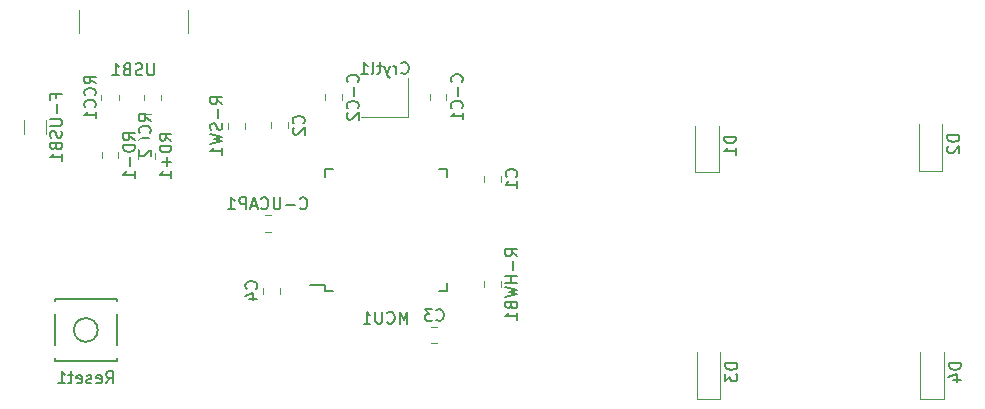
<source format=gbr>
G04 #@! TF.GenerationSoftware,KiCad,Pcbnew,(5.1.9-0-10_14)*
G04 #@! TF.CreationDate,2021-07-26T10:25:34-04:00*
G04 #@! TF.ProjectId,4key-pcb,346b6579-2d70-4636-922e-6b696361645f,rev?*
G04 #@! TF.SameCoordinates,Original*
G04 #@! TF.FileFunction,Legend,Bot*
G04 #@! TF.FilePolarity,Positive*
%FSLAX46Y46*%
G04 Gerber Fmt 4.6, Leading zero omitted, Abs format (unit mm)*
G04 Created by KiCad (PCBNEW (5.1.9-0-10_14)) date 2021-07-26 10:25:34*
%MOMM*%
%LPD*%
G01*
G04 APERTURE LIST*
%ADD10C,0.120000*%
%ADD11C,0.150000*%
%ADD12R,0.600000X1.150000*%
%ADD13R,0.300000X1.150000*%
%ADD14O,1.000000X2.200000*%
%ADD15O,1.000000X1.800000*%
%ADD16C,2.250000*%
%ADD17C,3.987800*%
%ADD18C,1.750000*%
%ADD19R,1.400000X1.200000*%
%ADD20R,1.200000X0.900000*%
%ADD21R,1.500000X0.550000*%
%ADD22R,0.550000X1.500000*%
%ADD23R,1.800000X1.100000*%
G04 APERTURE END LIST*
D10*
X68000000Y-91800000D02*
X68000000Y-89900000D01*
X58700000Y-91800000D02*
X58700000Y-89900000D01*
X64215000Y-97035436D02*
X64215000Y-97489564D01*
X65685000Y-97035436D02*
X65685000Y-97489564D01*
X60615000Y-97035436D02*
X60615000Y-97489564D01*
X62085000Y-97035436D02*
X62085000Y-97489564D01*
X94461000Y-104416252D02*
X94461000Y-103893748D01*
X92991000Y-104416252D02*
X92991000Y-103893748D01*
X89081078Y-118110000D02*
X88563922Y-118110000D01*
X89081078Y-116690000D02*
X88563922Y-116690000D01*
X75020000Y-99901078D02*
X75020000Y-99383922D01*
X76440000Y-99901078D02*
X76440000Y-99383922D01*
X75730000Y-113378922D02*
X75730000Y-113896078D01*
X74310000Y-113378922D02*
X74310000Y-113896078D01*
X88410000Y-97498578D02*
X88410000Y-96981422D01*
X89830000Y-97498578D02*
X89830000Y-96981422D01*
X79600000Y-97506078D02*
X79600000Y-96988922D01*
X81020000Y-97506078D02*
X81020000Y-96988922D01*
X74961078Y-108650000D02*
X74443922Y-108650000D01*
X74961078Y-107230000D02*
X74443922Y-107230000D01*
X86620000Y-95640000D02*
X86620000Y-98940000D01*
X86620000Y-98940000D02*
X82620000Y-98940000D01*
X113014000Y-122774000D02*
X113014000Y-118874000D01*
X111014000Y-122774000D02*
X111014000Y-118874000D01*
X113014000Y-122774000D02*
X111014000Y-122774000D01*
X131810000Y-103469000D02*
X129810000Y-103469000D01*
X129810000Y-103469000D02*
X129810000Y-99569000D01*
X131810000Y-103469000D02*
X131810000Y-99569000D01*
X112887000Y-103597000D02*
X112887000Y-99697000D01*
X110887000Y-103597000D02*
X110887000Y-99697000D01*
X112887000Y-103597000D02*
X110887000Y-103597000D01*
X131937000Y-122774000D02*
X129937000Y-122774000D01*
X129937000Y-122774000D02*
X129937000Y-118874000D01*
X131937000Y-122774000D02*
X131937000Y-118874000D01*
X55910000Y-100402064D02*
X55910000Y-99197936D01*
X54090000Y-100402064D02*
X54090000Y-99197936D01*
D11*
X79534000Y-113696500D02*
X79534000Y-113121500D01*
X89884000Y-113696500D02*
X89884000Y-113021500D01*
X89884000Y-103346500D02*
X89884000Y-104021500D01*
X79534000Y-103346500D02*
X79534000Y-104021500D01*
X79534000Y-113696500D02*
X80209000Y-113696500D01*
X79534000Y-103346500D02*
X80209000Y-103346500D01*
X89884000Y-103346500D02*
X89209000Y-103346500D01*
X89884000Y-113696500D02*
X89209000Y-113696500D01*
X79534000Y-113121500D02*
X78259000Y-113121500D01*
D10*
X63740000Y-102471078D02*
X63740000Y-101953922D01*
X65160000Y-102471078D02*
X65160000Y-101953922D01*
X62060000Y-102446078D02*
X62060000Y-101928922D01*
X60640000Y-102446078D02*
X60640000Y-101928922D01*
X93016000Y-113352078D02*
X93016000Y-112834922D01*
X94436000Y-113352078D02*
X94436000Y-112834922D01*
X71350000Y-99418922D02*
X71350000Y-99936078D01*
X72770000Y-99418922D02*
X72770000Y-99936078D01*
D11*
X60309000Y-116967000D02*
G75*
G03*
X60309000Y-116967000I-1000000J0D01*
G01*
X61909000Y-119567000D02*
X61909000Y-114367000D01*
X56709000Y-119567000D02*
X61909000Y-119567000D01*
X56709000Y-114367000D02*
X56709000Y-119567000D01*
X61909000Y-114367000D02*
X56709000Y-114367000D01*
X65088095Y-94402380D02*
X65088095Y-95211904D01*
X65040476Y-95307142D01*
X64992857Y-95354761D01*
X64897619Y-95402380D01*
X64707142Y-95402380D01*
X64611904Y-95354761D01*
X64564285Y-95307142D01*
X64516666Y-95211904D01*
X64516666Y-94402380D01*
X64088095Y-95354761D02*
X63945238Y-95402380D01*
X63707142Y-95402380D01*
X63611904Y-95354761D01*
X63564285Y-95307142D01*
X63516666Y-95211904D01*
X63516666Y-95116666D01*
X63564285Y-95021428D01*
X63611904Y-94973809D01*
X63707142Y-94926190D01*
X63897619Y-94878571D01*
X63992857Y-94830952D01*
X64040476Y-94783333D01*
X64088095Y-94688095D01*
X64088095Y-94592857D01*
X64040476Y-94497619D01*
X63992857Y-94450000D01*
X63897619Y-94402380D01*
X63659523Y-94402380D01*
X63516666Y-94450000D01*
X62754761Y-94878571D02*
X62611904Y-94926190D01*
X62564285Y-94973809D01*
X62516666Y-95069047D01*
X62516666Y-95211904D01*
X62564285Y-95307142D01*
X62611904Y-95354761D01*
X62707142Y-95402380D01*
X63088095Y-95402380D01*
X63088095Y-94402380D01*
X62754761Y-94402380D01*
X62659523Y-94450000D01*
X62611904Y-94497619D01*
X62564285Y-94592857D01*
X62564285Y-94688095D01*
X62611904Y-94783333D01*
X62659523Y-94830952D01*
X62754761Y-94878571D01*
X63088095Y-94878571D01*
X61564285Y-95402380D02*
X62135714Y-95402380D01*
X61850000Y-95402380D02*
X61850000Y-94402380D01*
X61945238Y-94545238D01*
X62040476Y-94640476D01*
X62135714Y-94688095D01*
X64802380Y-99295833D02*
X64326190Y-98962500D01*
X64802380Y-98724404D02*
X63802380Y-98724404D01*
X63802380Y-99105357D01*
X63850000Y-99200595D01*
X63897619Y-99248214D01*
X63992857Y-99295833D01*
X64135714Y-99295833D01*
X64230952Y-99248214D01*
X64278571Y-99200595D01*
X64326190Y-99105357D01*
X64326190Y-98724404D01*
X64707142Y-100295833D02*
X64754761Y-100248214D01*
X64802380Y-100105357D01*
X64802380Y-100010119D01*
X64754761Y-99867261D01*
X64659523Y-99772023D01*
X64564285Y-99724404D01*
X64373809Y-99676785D01*
X64230952Y-99676785D01*
X64040476Y-99724404D01*
X63945238Y-99772023D01*
X63850000Y-99867261D01*
X63802380Y-100010119D01*
X63802380Y-100105357D01*
X63850000Y-100248214D01*
X63897619Y-100295833D01*
X64707142Y-101295833D02*
X64754761Y-101248214D01*
X64802380Y-101105357D01*
X64802380Y-101010119D01*
X64754761Y-100867261D01*
X64659523Y-100772023D01*
X64564285Y-100724404D01*
X64373809Y-100676785D01*
X64230952Y-100676785D01*
X64040476Y-100724404D01*
X63945238Y-100772023D01*
X63850000Y-100867261D01*
X63802380Y-101010119D01*
X63802380Y-101105357D01*
X63850000Y-101248214D01*
X63897619Y-101295833D01*
X63897619Y-101676785D02*
X63850000Y-101724404D01*
X63802380Y-101819642D01*
X63802380Y-102057738D01*
X63850000Y-102152976D01*
X63897619Y-102200595D01*
X63992857Y-102248214D01*
X64088095Y-102248214D01*
X64230952Y-102200595D01*
X64802380Y-101629166D01*
X64802380Y-102248214D01*
X60152380Y-96095833D02*
X59676190Y-95762500D01*
X60152380Y-95524404D02*
X59152380Y-95524404D01*
X59152380Y-95905357D01*
X59200000Y-96000595D01*
X59247619Y-96048214D01*
X59342857Y-96095833D01*
X59485714Y-96095833D01*
X59580952Y-96048214D01*
X59628571Y-96000595D01*
X59676190Y-95905357D01*
X59676190Y-95524404D01*
X60057142Y-97095833D02*
X60104761Y-97048214D01*
X60152380Y-96905357D01*
X60152380Y-96810119D01*
X60104761Y-96667261D01*
X60009523Y-96572023D01*
X59914285Y-96524404D01*
X59723809Y-96476785D01*
X59580952Y-96476785D01*
X59390476Y-96524404D01*
X59295238Y-96572023D01*
X59200000Y-96667261D01*
X59152380Y-96810119D01*
X59152380Y-96905357D01*
X59200000Y-97048214D01*
X59247619Y-97095833D01*
X60057142Y-98095833D02*
X60104761Y-98048214D01*
X60152380Y-97905357D01*
X60152380Y-97810119D01*
X60104761Y-97667261D01*
X60009523Y-97572023D01*
X59914285Y-97524404D01*
X59723809Y-97476785D01*
X59580952Y-97476785D01*
X59390476Y-97524404D01*
X59295238Y-97572023D01*
X59200000Y-97667261D01*
X59152380Y-97810119D01*
X59152380Y-97905357D01*
X59200000Y-98048214D01*
X59247619Y-98095833D01*
X60152380Y-99048214D02*
X60152380Y-98476785D01*
X60152380Y-98762500D02*
X59152380Y-98762500D01*
X59295238Y-98667261D01*
X59390476Y-98572023D01*
X59438095Y-98476785D01*
X95763142Y-103988333D02*
X95810761Y-103940714D01*
X95858380Y-103797857D01*
X95858380Y-103702619D01*
X95810761Y-103559761D01*
X95715523Y-103464523D01*
X95620285Y-103416904D01*
X95429809Y-103369285D01*
X95286952Y-103369285D01*
X95096476Y-103416904D01*
X95001238Y-103464523D01*
X94906000Y-103559761D01*
X94858380Y-103702619D01*
X94858380Y-103797857D01*
X94906000Y-103940714D01*
X94953619Y-103988333D01*
X95858380Y-104940714D02*
X95858380Y-104369285D01*
X95858380Y-104655000D02*
X94858380Y-104655000D01*
X95001238Y-104559761D01*
X95096476Y-104464523D01*
X95144095Y-104369285D01*
X88989166Y-116107142D02*
X89036785Y-116154761D01*
X89179642Y-116202380D01*
X89274880Y-116202380D01*
X89417738Y-116154761D01*
X89512976Y-116059523D01*
X89560595Y-115964285D01*
X89608214Y-115773809D01*
X89608214Y-115630952D01*
X89560595Y-115440476D01*
X89512976Y-115345238D01*
X89417738Y-115250000D01*
X89274880Y-115202380D01*
X89179642Y-115202380D01*
X89036785Y-115250000D01*
X88989166Y-115297619D01*
X88655833Y-115202380D02*
X88036785Y-115202380D01*
X88370119Y-115583333D01*
X88227261Y-115583333D01*
X88132023Y-115630952D01*
X88084404Y-115678571D01*
X88036785Y-115773809D01*
X88036785Y-116011904D01*
X88084404Y-116107142D01*
X88132023Y-116154761D01*
X88227261Y-116202380D01*
X88512976Y-116202380D01*
X88608214Y-116154761D01*
X88655833Y-116107142D01*
X77737142Y-99475833D02*
X77784761Y-99428214D01*
X77832380Y-99285357D01*
X77832380Y-99190119D01*
X77784761Y-99047261D01*
X77689523Y-98952023D01*
X77594285Y-98904404D01*
X77403809Y-98856785D01*
X77260952Y-98856785D01*
X77070476Y-98904404D01*
X76975238Y-98952023D01*
X76880000Y-99047261D01*
X76832380Y-99190119D01*
X76832380Y-99285357D01*
X76880000Y-99428214D01*
X76927619Y-99475833D01*
X76927619Y-99856785D02*
X76880000Y-99904404D01*
X76832380Y-99999642D01*
X76832380Y-100237738D01*
X76880000Y-100332976D01*
X76927619Y-100380595D01*
X77022857Y-100428214D01*
X77118095Y-100428214D01*
X77260952Y-100380595D01*
X77832380Y-99809166D01*
X77832380Y-100428214D01*
X73727142Y-113470833D02*
X73774761Y-113423214D01*
X73822380Y-113280357D01*
X73822380Y-113185119D01*
X73774761Y-113042261D01*
X73679523Y-112947023D01*
X73584285Y-112899404D01*
X73393809Y-112851785D01*
X73250952Y-112851785D01*
X73060476Y-112899404D01*
X72965238Y-112947023D01*
X72870000Y-113042261D01*
X72822380Y-113185119D01*
X72822380Y-113280357D01*
X72870000Y-113423214D01*
X72917619Y-113470833D01*
X73155714Y-114327976D02*
X73822380Y-114327976D01*
X72774761Y-114089880D02*
X73489047Y-113851785D01*
X73489047Y-114470833D01*
X91127142Y-95954285D02*
X91174761Y-95906666D01*
X91222380Y-95763809D01*
X91222380Y-95668571D01*
X91174761Y-95525714D01*
X91079523Y-95430476D01*
X90984285Y-95382857D01*
X90793809Y-95335238D01*
X90650952Y-95335238D01*
X90460476Y-95382857D01*
X90365238Y-95430476D01*
X90270000Y-95525714D01*
X90222380Y-95668571D01*
X90222380Y-95763809D01*
X90270000Y-95906666D01*
X90317619Y-95954285D01*
X90841428Y-96382857D02*
X90841428Y-97144761D01*
X91127142Y-98192380D02*
X91174761Y-98144761D01*
X91222380Y-98001904D01*
X91222380Y-97906666D01*
X91174761Y-97763809D01*
X91079523Y-97668571D01*
X90984285Y-97620952D01*
X90793809Y-97573333D01*
X90650952Y-97573333D01*
X90460476Y-97620952D01*
X90365238Y-97668571D01*
X90270000Y-97763809D01*
X90222380Y-97906666D01*
X90222380Y-98001904D01*
X90270000Y-98144761D01*
X90317619Y-98192380D01*
X91222380Y-99144761D02*
X91222380Y-98573333D01*
X91222380Y-98859047D02*
X90222380Y-98859047D01*
X90365238Y-98763809D01*
X90460476Y-98668571D01*
X90508095Y-98573333D01*
X82317142Y-95961785D02*
X82364761Y-95914166D01*
X82412380Y-95771309D01*
X82412380Y-95676071D01*
X82364761Y-95533214D01*
X82269523Y-95437976D01*
X82174285Y-95390357D01*
X81983809Y-95342738D01*
X81840952Y-95342738D01*
X81650476Y-95390357D01*
X81555238Y-95437976D01*
X81460000Y-95533214D01*
X81412380Y-95676071D01*
X81412380Y-95771309D01*
X81460000Y-95914166D01*
X81507619Y-95961785D01*
X82031428Y-96390357D02*
X82031428Y-97152261D01*
X82317142Y-98199880D02*
X82364761Y-98152261D01*
X82412380Y-98009404D01*
X82412380Y-97914166D01*
X82364761Y-97771309D01*
X82269523Y-97676071D01*
X82174285Y-97628452D01*
X81983809Y-97580833D01*
X81840952Y-97580833D01*
X81650476Y-97628452D01*
X81555238Y-97676071D01*
X81460000Y-97771309D01*
X81412380Y-97914166D01*
X81412380Y-98009404D01*
X81460000Y-98152261D01*
X81507619Y-98199880D01*
X81507619Y-98580833D02*
X81460000Y-98628452D01*
X81412380Y-98723690D01*
X81412380Y-98961785D01*
X81460000Y-99057023D01*
X81507619Y-99104642D01*
X81602857Y-99152261D01*
X81698095Y-99152261D01*
X81840952Y-99104642D01*
X82412380Y-98533214D01*
X82412380Y-99152261D01*
X77440595Y-106647142D02*
X77488214Y-106694761D01*
X77631071Y-106742380D01*
X77726309Y-106742380D01*
X77869166Y-106694761D01*
X77964404Y-106599523D01*
X78012023Y-106504285D01*
X78059642Y-106313809D01*
X78059642Y-106170952D01*
X78012023Y-105980476D01*
X77964404Y-105885238D01*
X77869166Y-105790000D01*
X77726309Y-105742380D01*
X77631071Y-105742380D01*
X77488214Y-105790000D01*
X77440595Y-105837619D01*
X77012023Y-106361428D02*
X76250119Y-106361428D01*
X75773928Y-105742380D02*
X75773928Y-106551904D01*
X75726309Y-106647142D01*
X75678690Y-106694761D01*
X75583452Y-106742380D01*
X75392976Y-106742380D01*
X75297738Y-106694761D01*
X75250119Y-106647142D01*
X75202500Y-106551904D01*
X75202500Y-105742380D01*
X74154880Y-106647142D02*
X74202500Y-106694761D01*
X74345357Y-106742380D01*
X74440595Y-106742380D01*
X74583452Y-106694761D01*
X74678690Y-106599523D01*
X74726309Y-106504285D01*
X74773928Y-106313809D01*
X74773928Y-106170952D01*
X74726309Y-105980476D01*
X74678690Y-105885238D01*
X74583452Y-105790000D01*
X74440595Y-105742380D01*
X74345357Y-105742380D01*
X74202500Y-105790000D01*
X74154880Y-105837619D01*
X73773928Y-106456666D02*
X73297738Y-106456666D01*
X73869166Y-106742380D02*
X73535833Y-105742380D01*
X73202500Y-106742380D01*
X72869166Y-106742380D02*
X72869166Y-105742380D01*
X72488214Y-105742380D01*
X72392976Y-105790000D01*
X72345357Y-105837619D01*
X72297738Y-105932857D01*
X72297738Y-106075714D01*
X72345357Y-106170952D01*
X72392976Y-106218571D01*
X72488214Y-106266190D01*
X72869166Y-106266190D01*
X71345357Y-106742380D02*
X71916785Y-106742380D01*
X71631071Y-106742380D02*
X71631071Y-105742380D01*
X71726309Y-105885238D01*
X71821547Y-105980476D01*
X71916785Y-106028095D01*
X86024761Y-95197142D02*
X86072380Y-95244761D01*
X86215238Y-95292380D01*
X86310476Y-95292380D01*
X86453333Y-95244761D01*
X86548571Y-95149523D01*
X86596190Y-95054285D01*
X86643809Y-94863809D01*
X86643809Y-94720952D01*
X86596190Y-94530476D01*
X86548571Y-94435238D01*
X86453333Y-94340000D01*
X86310476Y-94292380D01*
X86215238Y-94292380D01*
X86072380Y-94340000D01*
X86024761Y-94387619D01*
X85596190Y-95292380D02*
X85596190Y-94625714D01*
X85596190Y-94816190D02*
X85548571Y-94720952D01*
X85500952Y-94673333D01*
X85405714Y-94625714D01*
X85310476Y-94625714D01*
X85072380Y-94625714D02*
X84834285Y-95292380D01*
X84596190Y-94625714D02*
X84834285Y-95292380D01*
X84929523Y-95530476D01*
X84977142Y-95578095D01*
X85072380Y-95625714D01*
X84358095Y-94625714D02*
X83977142Y-94625714D01*
X84215238Y-94292380D02*
X84215238Y-95149523D01*
X84167619Y-95244761D01*
X84072380Y-95292380D01*
X83977142Y-95292380D01*
X83500952Y-95292380D02*
X83596190Y-95244761D01*
X83643809Y-95149523D01*
X83643809Y-94292380D01*
X82596190Y-95292380D02*
X83167619Y-95292380D01*
X82881904Y-95292380D02*
X82881904Y-94292380D01*
X82977142Y-94435238D01*
X83072380Y-94530476D01*
X83167619Y-94578095D01*
X114466380Y-119785904D02*
X113466380Y-119785904D01*
X113466380Y-120024000D01*
X113514000Y-120166857D01*
X113609238Y-120262095D01*
X113704476Y-120309714D01*
X113894952Y-120357333D01*
X114037809Y-120357333D01*
X114228285Y-120309714D01*
X114323523Y-120262095D01*
X114418761Y-120166857D01*
X114466380Y-120024000D01*
X114466380Y-119785904D01*
X113466380Y-120690666D02*
X113466380Y-121309714D01*
X113847333Y-120976380D01*
X113847333Y-121119238D01*
X113894952Y-121214476D01*
X113942571Y-121262095D01*
X114037809Y-121309714D01*
X114275904Y-121309714D01*
X114371142Y-121262095D01*
X114418761Y-121214476D01*
X114466380Y-121119238D01*
X114466380Y-120833523D01*
X114418761Y-120738285D01*
X114371142Y-120690666D01*
X133262380Y-100480904D02*
X132262380Y-100480904D01*
X132262380Y-100719000D01*
X132310000Y-100861857D01*
X132405238Y-100957095D01*
X132500476Y-101004714D01*
X132690952Y-101052333D01*
X132833809Y-101052333D01*
X133024285Y-101004714D01*
X133119523Y-100957095D01*
X133214761Y-100861857D01*
X133262380Y-100719000D01*
X133262380Y-100480904D01*
X132357619Y-101433285D02*
X132310000Y-101480904D01*
X132262380Y-101576142D01*
X132262380Y-101814238D01*
X132310000Y-101909476D01*
X132357619Y-101957095D01*
X132452857Y-102004714D01*
X132548095Y-102004714D01*
X132690952Y-101957095D01*
X133262380Y-101385666D01*
X133262380Y-102004714D01*
X114339380Y-100608904D02*
X113339380Y-100608904D01*
X113339380Y-100847000D01*
X113387000Y-100989857D01*
X113482238Y-101085095D01*
X113577476Y-101132714D01*
X113767952Y-101180333D01*
X113910809Y-101180333D01*
X114101285Y-101132714D01*
X114196523Y-101085095D01*
X114291761Y-100989857D01*
X114339380Y-100847000D01*
X114339380Y-100608904D01*
X114339380Y-102132714D02*
X114339380Y-101561285D01*
X114339380Y-101847000D02*
X113339380Y-101847000D01*
X113482238Y-101751761D01*
X113577476Y-101656523D01*
X113625095Y-101561285D01*
X133389380Y-119785904D02*
X132389380Y-119785904D01*
X132389380Y-120024000D01*
X132437000Y-120166857D01*
X132532238Y-120262095D01*
X132627476Y-120309714D01*
X132817952Y-120357333D01*
X132960809Y-120357333D01*
X133151285Y-120309714D01*
X133246523Y-120262095D01*
X133341761Y-120166857D01*
X133389380Y-120024000D01*
X133389380Y-119785904D01*
X132722714Y-121214476D02*
X133389380Y-121214476D01*
X132341761Y-120976380D02*
X133056047Y-120738285D01*
X133056047Y-121357333D01*
X56748571Y-97347619D02*
X56748571Y-97014285D01*
X57272380Y-97014285D02*
X56272380Y-97014285D01*
X56272380Y-97490476D01*
X56891428Y-97871428D02*
X56891428Y-98633333D01*
X56272380Y-99109523D02*
X57081904Y-99109523D01*
X57177142Y-99157142D01*
X57224761Y-99204761D01*
X57272380Y-99300000D01*
X57272380Y-99490476D01*
X57224761Y-99585714D01*
X57177142Y-99633333D01*
X57081904Y-99680952D01*
X56272380Y-99680952D01*
X57224761Y-100109523D02*
X57272380Y-100252380D01*
X57272380Y-100490476D01*
X57224761Y-100585714D01*
X57177142Y-100633333D01*
X57081904Y-100680952D01*
X56986666Y-100680952D01*
X56891428Y-100633333D01*
X56843809Y-100585714D01*
X56796190Y-100490476D01*
X56748571Y-100300000D01*
X56700952Y-100204761D01*
X56653333Y-100157142D01*
X56558095Y-100109523D01*
X56462857Y-100109523D01*
X56367619Y-100157142D01*
X56320000Y-100204761D01*
X56272380Y-100300000D01*
X56272380Y-100538095D01*
X56320000Y-100680952D01*
X56748571Y-101442857D02*
X56796190Y-101585714D01*
X56843809Y-101633333D01*
X56939047Y-101680952D01*
X57081904Y-101680952D01*
X57177142Y-101633333D01*
X57224761Y-101585714D01*
X57272380Y-101490476D01*
X57272380Y-101109523D01*
X56272380Y-101109523D01*
X56272380Y-101442857D01*
X56320000Y-101538095D01*
X56367619Y-101585714D01*
X56462857Y-101633333D01*
X56558095Y-101633333D01*
X56653333Y-101585714D01*
X56700952Y-101538095D01*
X56748571Y-101442857D01*
X56748571Y-101109523D01*
X57272380Y-102633333D02*
X57272380Y-102061904D01*
X57272380Y-102347619D02*
X56272380Y-102347619D01*
X56415238Y-102252380D01*
X56510476Y-102157142D01*
X56558095Y-102061904D01*
X86542333Y-116423880D02*
X86542333Y-115423880D01*
X86209000Y-116138166D01*
X85875666Y-115423880D01*
X85875666Y-116423880D01*
X84828047Y-116328642D02*
X84875666Y-116376261D01*
X85018523Y-116423880D01*
X85113761Y-116423880D01*
X85256619Y-116376261D01*
X85351857Y-116281023D01*
X85399476Y-116185785D01*
X85447095Y-115995309D01*
X85447095Y-115852452D01*
X85399476Y-115661976D01*
X85351857Y-115566738D01*
X85256619Y-115471500D01*
X85113761Y-115423880D01*
X85018523Y-115423880D01*
X84875666Y-115471500D01*
X84828047Y-115519119D01*
X84399476Y-115423880D02*
X84399476Y-116233404D01*
X84351857Y-116328642D01*
X84304238Y-116376261D01*
X84209000Y-116423880D01*
X84018523Y-116423880D01*
X83923285Y-116376261D01*
X83875666Y-116328642D01*
X83828047Y-116233404D01*
X83828047Y-115423880D01*
X82828047Y-116423880D02*
X83399476Y-116423880D01*
X83113761Y-116423880D02*
X83113761Y-115423880D01*
X83209000Y-115566738D01*
X83304238Y-115661976D01*
X83399476Y-115709595D01*
X66552380Y-100926785D02*
X66076190Y-100593452D01*
X66552380Y-100355357D02*
X65552380Y-100355357D01*
X65552380Y-100736309D01*
X65600000Y-100831547D01*
X65647619Y-100879166D01*
X65742857Y-100926785D01*
X65885714Y-100926785D01*
X65980952Y-100879166D01*
X66028571Y-100831547D01*
X66076190Y-100736309D01*
X66076190Y-100355357D01*
X66552380Y-101355357D02*
X65552380Y-101355357D01*
X65552380Y-101593452D01*
X65600000Y-101736309D01*
X65695238Y-101831547D01*
X65790476Y-101879166D01*
X65980952Y-101926785D01*
X66123809Y-101926785D01*
X66314285Y-101879166D01*
X66409523Y-101831547D01*
X66504761Y-101736309D01*
X66552380Y-101593452D01*
X66552380Y-101355357D01*
X66171428Y-102355357D02*
X66171428Y-103117261D01*
X66552380Y-102736309D02*
X65790476Y-102736309D01*
X66552380Y-104117261D02*
X66552380Y-103545833D01*
X66552380Y-103831547D02*
X65552380Y-103831547D01*
X65695238Y-103736309D01*
X65790476Y-103641071D01*
X65838095Y-103545833D01*
X63452380Y-100901785D02*
X62976190Y-100568452D01*
X63452380Y-100330357D02*
X62452380Y-100330357D01*
X62452380Y-100711309D01*
X62500000Y-100806547D01*
X62547619Y-100854166D01*
X62642857Y-100901785D01*
X62785714Y-100901785D01*
X62880952Y-100854166D01*
X62928571Y-100806547D01*
X62976190Y-100711309D01*
X62976190Y-100330357D01*
X63452380Y-101330357D02*
X62452380Y-101330357D01*
X62452380Y-101568452D01*
X62500000Y-101711309D01*
X62595238Y-101806547D01*
X62690476Y-101854166D01*
X62880952Y-101901785D01*
X63023809Y-101901785D01*
X63214285Y-101854166D01*
X63309523Y-101806547D01*
X63404761Y-101711309D01*
X63452380Y-101568452D01*
X63452380Y-101330357D01*
X63071428Y-102330357D02*
X63071428Y-103092261D01*
X63452380Y-104092261D02*
X63452380Y-103520833D01*
X63452380Y-103806547D02*
X62452380Y-103806547D01*
X62595238Y-103711309D01*
X62690476Y-103616071D01*
X62738095Y-103520833D01*
X95828380Y-110712547D02*
X95352190Y-110379214D01*
X95828380Y-110141119D02*
X94828380Y-110141119D01*
X94828380Y-110522071D01*
X94876000Y-110617309D01*
X94923619Y-110664928D01*
X95018857Y-110712547D01*
X95161714Y-110712547D01*
X95256952Y-110664928D01*
X95304571Y-110617309D01*
X95352190Y-110522071D01*
X95352190Y-110141119D01*
X95447428Y-111141119D02*
X95447428Y-111903023D01*
X95828380Y-112379214D02*
X94828380Y-112379214D01*
X95304571Y-112379214D02*
X95304571Y-112950642D01*
X95828380Y-112950642D02*
X94828380Y-112950642D01*
X94828380Y-113331595D02*
X95828380Y-113569690D01*
X95114095Y-113760166D01*
X95828380Y-113950642D01*
X94828380Y-114188738D01*
X95304571Y-114903023D02*
X95352190Y-115045880D01*
X95399809Y-115093500D01*
X95495047Y-115141119D01*
X95637904Y-115141119D01*
X95733142Y-115093500D01*
X95780761Y-115045880D01*
X95828380Y-114950642D01*
X95828380Y-114569690D01*
X94828380Y-114569690D01*
X94828380Y-114903023D01*
X94876000Y-114998261D01*
X94923619Y-115045880D01*
X95018857Y-115093500D01*
X95114095Y-115093500D01*
X95209333Y-115045880D01*
X95256952Y-114998261D01*
X95304571Y-114903023D01*
X95304571Y-114569690D01*
X95828380Y-116093500D02*
X95828380Y-115522071D01*
X95828380Y-115807785D02*
X94828380Y-115807785D01*
X94971238Y-115712547D01*
X95066476Y-115617309D01*
X95114095Y-115522071D01*
X70862380Y-97844166D02*
X70386190Y-97510833D01*
X70862380Y-97272738D02*
X69862380Y-97272738D01*
X69862380Y-97653690D01*
X69910000Y-97748928D01*
X69957619Y-97796547D01*
X70052857Y-97844166D01*
X70195714Y-97844166D01*
X70290952Y-97796547D01*
X70338571Y-97748928D01*
X70386190Y-97653690D01*
X70386190Y-97272738D01*
X70481428Y-98272738D02*
X70481428Y-99034642D01*
X70814761Y-99463214D02*
X70862380Y-99606071D01*
X70862380Y-99844166D01*
X70814761Y-99939404D01*
X70767142Y-99987023D01*
X70671904Y-100034642D01*
X70576666Y-100034642D01*
X70481428Y-99987023D01*
X70433809Y-99939404D01*
X70386190Y-99844166D01*
X70338571Y-99653690D01*
X70290952Y-99558452D01*
X70243333Y-99510833D01*
X70148095Y-99463214D01*
X70052857Y-99463214D01*
X69957619Y-99510833D01*
X69910000Y-99558452D01*
X69862380Y-99653690D01*
X69862380Y-99891785D01*
X69910000Y-100034642D01*
X69862380Y-100367976D02*
X70862380Y-100606071D01*
X70148095Y-100796547D01*
X70862380Y-100987023D01*
X69862380Y-101225119D01*
X70862380Y-102129880D02*
X70862380Y-101558452D01*
X70862380Y-101844166D02*
X69862380Y-101844166D01*
X70005238Y-101748928D01*
X70100476Y-101653690D01*
X70148095Y-101558452D01*
X61023285Y-121483380D02*
X61356619Y-121007190D01*
X61594714Y-121483380D02*
X61594714Y-120483380D01*
X61213761Y-120483380D01*
X61118523Y-120531000D01*
X61070904Y-120578619D01*
X61023285Y-120673857D01*
X61023285Y-120816714D01*
X61070904Y-120911952D01*
X61118523Y-120959571D01*
X61213761Y-121007190D01*
X61594714Y-121007190D01*
X60213761Y-121435761D02*
X60309000Y-121483380D01*
X60499476Y-121483380D01*
X60594714Y-121435761D01*
X60642333Y-121340523D01*
X60642333Y-120959571D01*
X60594714Y-120864333D01*
X60499476Y-120816714D01*
X60309000Y-120816714D01*
X60213761Y-120864333D01*
X60166142Y-120959571D01*
X60166142Y-121054809D01*
X60642333Y-121150047D01*
X59785190Y-121435761D02*
X59689952Y-121483380D01*
X59499476Y-121483380D01*
X59404238Y-121435761D01*
X59356619Y-121340523D01*
X59356619Y-121292904D01*
X59404238Y-121197666D01*
X59499476Y-121150047D01*
X59642333Y-121150047D01*
X59737571Y-121102428D01*
X59785190Y-121007190D01*
X59785190Y-120959571D01*
X59737571Y-120864333D01*
X59642333Y-120816714D01*
X59499476Y-120816714D01*
X59404238Y-120864333D01*
X58547095Y-121435761D02*
X58642333Y-121483380D01*
X58832809Y-121483380D01*
X58928047Y-121435761D01*
X58975666Y-121340523D01*
X58975666Y-120959571D01*
X58928047Y-120864333D01*
X58832809Y-120816714D01*
X58642333Y-120816714D01*
X58547095Y-120864333D01*
X58499476Y-120959571D01*
X58499476Y-121054809D01*
X58975666Y-121150047D01*
X58213761Y-120816714D02*
X57832809Y-120816714D01*
X58070904Y-120483380D02*
X58070904Y-121340523D01*
X58023285Y-121435761D01*
X57928047Y-121483380D01*
X57832809Y-121483380D01*
X56975666Y-121483380D02*
X57547095Y-121483380D01*
X57261380Y-121483380D02*
X57261380Y-120483380D01*
X57356619Y-120626238D01*
X57451857Y-120721476D01*
X57547095Y-120769095D01*
%LPC*%
D12*
X60150000Y-93325000D03*
X60950000Y-93325000D03*
X66550000Y-93325000D03*
X65750000Y-93325000D03*
D13*
X61600000Y-93325000D03*
X62100000Y-93325000D03*
X62600000Y-93325000D03*
X63100000Y-93325000D03*
X65100000Y-93325000D03*
X64600000Y-93325000D03*
X64100000Y-93325000D03*
X63600000Y-93325000D03*
D14*
X67670000Y-88750000D03*
X59030000Y-88750000D03*
D15*
X59030000Y-92750000D03*
X67670000Y-92750000D03*
G36*
G01*
X64499998Y-97662500D02*
X65400002Y-97662500D01*
G75*
G02*
X65650000Y-97912498I0J-249998D01*
G01*
X65650000Y-98437502D01*
G75*
G02*
X65400002Y-98687500I-249998J0D01*
G01*
X64499998Y-98687500D01*
G75*
G02*
X64250000Y-98437502I0J249998D01*
G01*
X64250000Y-97912498D01*
G75*
G02*
X64499998Y-97662500I249998J0D01*
G01*
G37*
G36*
G01*
X64499998Y-95837500D02*
X65400002Y-95837500D01*
G75*
G02*
X65650000Y-96087498I0J-249998D01*
G01*
X65650000Y-96612502D01*
G75*
G02*
X65400002Y-96862500I-249998J0D01*
G01*
X64499998Y-96862500D01*
G75*
G02*
X64250000Y-96612502I0J249998D01*
G01*
X64250000Y-96087498D01*
G75*
G02*
X64499998Y-95837500I249998J0D01*
G01*
G37*
G36*
G01*
X60899998Y-97662500D02*
X61800002Y-97662500D01*
G75*
G02*
X62050000Y-97912498I0J-249998D01*
G01*
X62050000Y-98437502D01*
G75*
G02*
X61800002Y-98687500I-249998J0D01*
G01*
X60899998Y-98687500D01*
G75*
G02*
X60650000Y-98437502I0J249998D01*
G01*
X60650000Y-97912498D01*
G75*
G02*
X60899998Y-97662500I249998J0D01*
G01*
G37*
G36*
G01*
X60899998Y-95837500D02*
X61800002Y-95837500D01*
G75*
G02*
X62050000Y-96087498I0J-249998D01*
G01*
X62050000Y-96612502D01*
G75*
G02*
X61800002Y-96862500I-249998J0D01*
G01*
X60899998Y-96862500D01*
G75*
G02*
X60650000Y-96612502I0J249998D01*
G01*
X60650000Y-96087498D01*
G75*
G02*
X60899998Y-95837500I249998J0D01*
G01*
G37*
G36*
G01*
X94201000Y-103705000D02*
X93251000Y-103705000D01*
G75*
G02*
X93001000Y-103455000I0J250000D01*
G01*
X93001000Y-102780000D01*
G75*
G02*
X93251000Y-102530000I250000J0D01*
G01*
X94201000Y-102530000D01*
G75*
G02*
X94451000Y-102780000I0J-250000D01*
G01*
X94451000Y-103455000D01*
G75*
G02*
X94201000Y-103705000I-250000J0D01*
G01*
G37*
G36*
G01*
X94201000Y-105780000D02*
X93251000Y-105780000D01*
G75*
G02*
X93001000Y-105530000I0J250000D01*
G01*
X93001000Y-104855000D01*
G75*
G02*
X93251000Y-104605000I250000J0D01*
G01*
X94201000Y-104605000D01*
G75*
G02*
X94451000Y-104855000I0J-250000D01*
G01*
X94451000Y-105530000D01*
G75*
G02*
X94201000Y-105780000I-250000J0D01*
G01*
G37*
G36*
G01*
X127518483Y-112446395D02*
X127517597Y-112446334D01*
G75*
G02*
X126472666Y-111246597I77403J1122334D01*
G01*
X126512666Y-110666597D01*
G75*
G02*
X127712403Y-109621666I1122334J-77403D01*
G01*
X127712403Y-109621666D01*
G75*
G02*
X128757334Y-110821403I-77403J-1122334D01*
G01*
X128717334Y-111401403D01*
G75*
G02*
X127517597Y-112446334I-1122334J77403D01*
G01*
G37*
D16*
X127635000Y-110744000D03*
G36*
G01*
X120533688Y-114121350D02*
X120533683Y-114121345D01*
G75*
G02*
X120447655Y-112532683I751317J837345D01*
G01*
X121757657Y-111072683D01*
G75*
G02*
X123346319Y-110986655I837345J-751317D01*
G01*
X123346319Y-110986655D01*
G75*
G02*
X123432347Y-112575317I-751317J-837345D01*
G01*
X122122345Y-114035317D01*
G75*
G02*
X120533683Y-114121345I-837345J751317D01*
G01*
G37*
D17*
X125095000Y-115824000D03*
D16*
X122595000Y-111824000D03*
D18*
X120015000Y-115824000D03*
X130175000Y-115824000D03*
X111125000Y-96774000D03*
X100965000Y-96774000D03*
D16*
X103545000Y-92774000D03*
D17*
X106045000Y-96774000D03*
G36*
G01*
X101483688Y-95071350D02*
X101483683Y-95071345D01*
G75*
G02*
X101397655Y-93482683I751317J837345D01*
G01*
X102707657Y-92022683D01*
G75*
G02*
X104296319Y-91936655I837345J-751317D01*
G01*
X104296319Y-91936655D01*
G75*
G02*
X104382347Y-93525317I-751317J-837345D01*
G01*
X103072345Y-94985317D01*
G75*
G02*
X101483683Y-95071345I-837345J751317D01*
G01*
G37*
D16*
X108585000Y-91694000D03*
G36*
G01*
X108468483Y-93396395D02*
X108467597Y-93396334D01*
G75*
G02*
X107422666Y-92196597I77403J1122334D01*
G01*
X107462666Y-91616597D01*
G75*
G02*
X108662403Y-90571666I1122334J-77403D01*
G01*
X108662403Y-90571666D01*
G75*
G02*
X109707334Y-91771403I-77403J-1122334D01*
G01*
X109667334Y-92351403D01*
G75*
G02*
X108467597Y-93396334I-1122334J77403D01*
G01*
G37*
G36*
G01*
X88372500Y-116943750D02*
X88372500Y-117856250D01*
G75*
G02*
X88128750Y-118100000I-243750J0D01*
G01*
X87641250Y-118100000D01*
G75*
G02*
X87397500Y-117856250I0J243750D01*
G01*
X87397500Y-116943750D01*
G75*
G02*
X87641250Y-116700000I243750J0D01*
G01*
X88128750Y-116700000D01*
G75*
G02*
X88372500Y-116943750I0J-243750D01*
G01*
G37*
G36*
G01*
X90247500Y-116943750D02*
X90247500Y-117856250D01*
G75*
G02*
X90003750Y-118100000I-243750J0D01*
G01*
X89516250Y-118100000D01*
G75*
G02*
X89272500Y-117856250I0J243750D01*
G01*
X89272500Y-116943750D01*
G75*
G02*
X89516250Y-116700000I243750J0D01*
G01*
X90003750Y-116700000D01*
G75*
G02*
X90247500Y-116943750I0J-243750D01*
G01*
G37*
G36*
G01*
X76186250Y-99192500D02*
X75273750Y-99192500D01*
G75*
G02*
X75030000Y-98948750I0J243750D01*
G01*
X75030000Y-98461250D01*
G75*
G02*
X75273750Y-98217500I243750J0D01*
G01*
X76186250Y-98217500D01*
G75*
G02*
X76430000Y-98461250I0J-243750D01*
G01*
X76430000Y-98948750D01*
G75*
G02*
X76186250Y-99192500I-243750J0D01*
G01*
G37*
G36*
G01*
X76186250Y-101067500D02*
X75273750Y-101067500D01*
G75*
G02*
X75030000Y-100823750I0J243750D01*
G01*
X75030000Y-100336250D01*
G75*
G02*
X75273750Y-100092500I243750J0D01*
G01*
X76186250Y-100092500D01*
G75*
G02*
X76430000Y-100336250I0J-243750D01*
G01*
X76430000Y-100823750D01*
G75*
G02*
X76186250Y-101067500I-243750J0D01*
G01*
G37*
G36*
G01*
X74563750Y-114087500D02*
X75476250Y-114087500D01*
G75*
G02*
X75720000Y-114331250I0J-243750D01*
G01*
X75720000Y-114818750D01*
G75*
G02*
X75476250Y-115062500I-243750J0D01*
G01*
X74563750Y-115062500D01*
G75*
G02*
X74320000Y-114818750I0J243750D01*
G01*
X74320000Y-114331250D01*
G75*
G02*
X74563750Y-114087500I243750J0D01*
G01*
G37*
G36*
G01*
X74563750Y-112212500D02*
X75476250Y-112212500D01*
G75*
G02*
X75720000Y-112456250I0J-243750D01*
G01*
X75720000Y-112943750D01*
G75*
G02*
X75476250Y-113187500I-243750J0D01*
G01*
X74563750Y-113187500D01*
G75*
G02*
X74320000Y-112943750I0J243750D01*
G01*
X74320000Y-112456250D01*
G75*
G02*
X74563750Y-112212500I243750J0D01*
G01*
G37*
G36*
G01*
X89576250Y-96790000D02*
X88663750Y-96790000D01*
G75*
G02*
X88420000Y-96546250I0J243750D01*
G01*
X88420000Y-96058750D01*
G75*
G02*
X88663750Y-95815000I243750J0D01*
G01*
X89576250Y-95815000D01*
G75*
G02*
X89820000Y-96058750I0J-243750D01*
G01*
X89820000Y-96546250D01*
G75*
G02*
X89576250Y-96790000I-243750J0D01*
G01*
G37*
G36*
G01*
X89576250Y-98665000D02*
X88663750Y-98665000D01*
G75*
G02*
X88420000Y-98421250I0J243750D01*
G01*
X88420000Y-97933750D01*
G75*
G02*
X88663750Y-97690000I243750J0D01*
G01*
X89576250Y-97690000D01*
G75*
G02*
X89820000Y-97933750I0J-243750D01*
G01*
X89820000Y-98421250D01*
G75*
G02*
X89576250Y-98665000I-243750J0D01*
G01*
G37*
G36*
G01*
X80766250Y-96797500D02*
X79853750Y-96797500D01*
G75*
G02*
X79610000Y-96553750I0J243750D01*
G01*
X79610000Y-96066250D01*
G75*
G02*
X79853750Y-95822500I243750J0D01*
G01*
X80766250Y-95822500D01*
G75*
G02*
X81010000Y-96066250I0J-243750D01*
G01*
X81010000Y-96553750D01*
G75*
G02*
X80766250Y-96797500I-243750J0D01*
G01*
G37*
G36*
G01*
X80766250Y-98672500D02*
X79853750Y-98672500D01*
G75*
G02*
X79610000Y-98428750I0J243750D01*
G01*
X79610000Y-97941250D01*
G75*
G02*
X79853750Y-97697500I243750J0D01*
G01*
X80766250Y-97697500D01*
G75*
G02*
X81010000Y-97941250I0J-243750D01*
G01*
X81010000Y-98428750D01*
G75*
G02*
X80766250Y-98672500I-243750J0D01*
G01*
G37*
G36*
G01*
X74252500Y-107483750D02*
X74252500Y-108396250D01*
G75*
G02*
X74008750Y-108640000I-243750J0D01*
G01*
X73521250Y-108640000D01*
G75*
G02*
X73277500Y-108396250I0J243750D01*
G01*
X73277500Y-107483750D01*
G75*
G02*
X73521250Y-107240000I243750J0D01*
G01*
X74008750Y-107240000D01*
G75*
G02*
X74252500Y-107483750I0J-243750D01*
G01*
G37*
G36*
G01*
X76127500Y-107483750D02*
X76127500Y-108396250D01*
G75*
G02*
X75883750Y-108640000I-243750J0D01*
G01*
X75396250Y-108640000D01*
G75*
G02*
X75152500Y-108396250I0J243750D01*
G01*
X75152500Y-107483750D01*
G75*
G02*
X75396250Y-107240000I243750J0D01*
G01*
X75883750Y-107240000D01*
G75*
G02*
X76127500Y-107483750I0J-243750D01*
G01*
G37*
D19*
X85720000Y-98140000D03*
X83520000Y-98140000D03*
X83520000Y-96440000D03*
X85720000Y-96440000D03*
D20*
X112014000Y-118874000D03*
X112014000Y-122174000D03*
X130810000Y-102869000D03*
X130810000Y-99569000D03*
X111887000Y-99697000D03*
X111887000Y-102997000D03*
X130937000Y-122174000D03*
X130937000Y-118874000D03*
G36*
G01*
X55625000Y-101825000D02*
X54375000Y-101825000D01*
G75*
G02*
X54125000Y-101575000I0J250000D01*
G01*
X54125000Y-100825000D01*
G75*
G02*
X54375000Y-100575000I250000J0D01*
G01*
X55625000Y-100575000D01*
G75*
G02*
X55875000Y-100825000I0J-250000D01*
G01*
X55875000Y-101575000D01*
G75*
G02*
X55625000Y-101825000I-250000J0D01*
G01*
G37*
G36*
G01*
X55625000Y-99025000D02*
X54375000Y-99025000D01*
G75*
G02*
X54125000Y-98775000I0J250000D01*
G01*
X54125000Y-98025000D01*
G75*
G02*
X54375000Y-97775000I250000J0D01*
G01*
X55625000Y-97775000D01*
G75*
G02*
X55875000Y-98025000I0J-250000D01*
G01*
X55875000Y-98775000D01*
G75*
G02*
X55625000Y-99025000I-250000J0D01*
G01*
G37*
G36*
G01*
X127518483Y-93396395D02*
X127517597Y-93396334D01*
G75*
G02*
X126472666Y-92196597I77403J1122334D01*
G01*
X126512666Y-91616597D01*
G75*
G02*
X127712403Y-90571666I1122334J-77403D01*
G01*
X127712403Y-90571666D01*
G75*
G02*
X128757334Y-91771403I-77403J-1122334D01*
G01*
X128717334Y-92351403D01*
G75*
G02*
X127517597Y-93396334I-1122334J77403D01*
G01*
G37*
D16*
X127635000Y-91694000D03*
G36*
G01*
X120533688Y-95071350D02*
X120533683Y-95071345D01*
G75*
G02*
X120447655Y-93482683I751317J837345D01*
G01*
X121757657Y-92022683D01*
G75*
G02*
X123346319Y-91936655I837345J-751317D01*
G01*
X123346319Y-91936655D01*
G75*
G02*
X123432347Y-93525317I-751317J-837345D01*
G01*
X122122345Y-94985317D01*
G75*
G02*
X120533683Y-95071345I-837345J751317D01*
G01*
G37*
D17*
X125095000Y-96774000D03*
D16*
X122595000Y-92774000D03*
D18*
X120015000Y-96774000D03*
X130175000Y-96774000D03*
X111125000Y-115824000D03*
X100965000Y-115824000D03*
D16*
X103545000Y-111824000D03*
D17*
X106045000Y-115824000D03*
G36*
G01*
X101483688Y-114121350D02*
X101483683Y-114121345D01*
G75*
G02*
X101397655Y-112532683I751317J837345D01*
G01*
X102707657Y-111072683D01*
G75*
G02*
X104296319Y-110986655I837345J-751317D01*
G01*
X104296319Y-110986655D01*
G75*
G02*
X104382347Y-112575317I-751317J-837345D01*
G01*
X103072345Y-114035317D01*
G75*
G02*
X101483683Y-114121345I-837345J751317D01*
G01*
G37*
D16*
X108585000Y-110744000D03*
G36*
G01*
X108468483Y-112446395D02*
X108467597Y-112446334D01*
G75*
G02*
X107422666Y-111246597I77403J1122334D01*
G01*
X107462666Y-110666597D01*
G75*
G02*
X108662403Y-109621666I1122334J-77403D01*
G01*
X108662403Y-109621666D01*
G75*
G02*
X109707334Y-110821403I-77403J-1122334D01*
G01*
X109667334Y-111401403D01*
G75*
G02*
X108467597Y-112446334I-1122334J77403D01*
G01*
G37*
D21*
X79009000Y-112521500D03*
X79009000Y-111721500D03*
X79009000Y-110921500D03*
X79009000Y-110121500D03*
X79009000Y-109321500D03*
X79009000Y-108521500D03*
X79009000Y-107721500D03*
X79009000Y-106921500D03*
X79009000Y-106121500D03*
X79009000Y-105321500D03*
X79009000Y-104521500D03*
D22*
X80709000Y-102821500D03*
X81509000Y-102821500D03*
X82309000Y-102821500D03*
X83109000Y-102821500D03*
X83909000Y-102821500D03*
X84709000Y-102821500D03*
X85509000Y-102821500D03*
X86309000Y-102821500D03*
X87109000Y-102821500D03*
X87909000Y-102821500D03*
X88709000Y-102821500D03*
D21*
X90409000Y-104521500D03*
X90409000Y-105321500D03*
X90409000Y-106121500D03*
X90409000Y-106921500D03*
X90409000Y-107721500D03*
X90409000Y-108521500D03*
X90409000Y-109321500D03*
X90409000Y-110121500D03*
X90409000Y-110921500D03*
X90409000Y-111721500D03*
X90409000Y-112521500D03*
D22*
X88709000Y-114221500D03*
X87909000Y-114221500D03*
X87109000Y-114221500D03*
X86309000Y-114221500D03*
X85509000Y-114221500D03*
X84709000Y-114221500D03*
X83909000Y-114221500D03*
X83109000Y-114221500D03*
X82309000Y-114221500D03*
X81509000Y-114221500D03*
X80709000Y-114221500D03*
G36*
G01*
X64906250Y-101762500D02*
X63993750Y-101762500D01*
G75*
G02*
X63750000Y-101518750I0J243750D01*
G01*
X63750000Y-101031250D01*
G75*
G02*
X63993750Y-100787500I243750J0D01*
G01*
X64906250Y-100787500D01*
G75*
G02*
X65150000Y-101031250I0J-243750D01*
G01*
X65150000Y-101518750D01*
G75*
G02*
X64906250Y-101762500I-243750J0D01*
G01*
G37*
G36*
G01*
X64906250Y-103637500D02*
X63993750Y-103637500D01*
G75*
G02*
X63750000Y-103393750I0J243750D01*
G01*
X63750000Y-102906250D01*
G75*
G02*
X63993750Y-102662500I243750J0D01*
G01*
X64906250Y-102662500D01*
G75*
G02*
X65150000Y-102906250I0J-243750D01*
G01*
X65150000Y-103393750D01*
G75*
G02*
X64906250Y-103637500I-243750J0D01*
G01*
G37*
G36*
G01*
X61806250Y-103612500D02*
X60893750Y-103612500D01*
G75*
G02*
X60650000Y-103368750I0J243750D01*
G01*
X60650000Y-102881250D01*
G75*
G02*
X60893750Y-102637500I243750J0D01*
G01*
X61806250Y-102637500D01*
G75*
G02*
X62050000Y-102881250I0J-243750D01*
G01*
X62050000Y-103368750D01*
G75*
G02*
X61806250Y-103612500I-243750J0D01*
G01*
G37*
G36*
G01*
X61806250Y-101737500D02*
X60893750Y-101737500D01*
G75*
G02*
X60650000Y-101493750I0J243750D01*
G01*
X60650000Y-101006250D01*
G75*
G02*
X60893750Y-100762500I243750J0D01*
G01*
X61806250Y-100762500D01*
G75*
G02*
X62050000Y-101006250I0J-243750D01*
G01*
X62050000Y-101493750D01*
G75*
G02*
X61806250Y-101737500I-243750J0D01*
G01*
G37*
G36*
G01*
X94182250Y-112643500D02*
X93269750Y-112643500D01*
G75*
G02*
X93026000Y-112399750I0J243750D01*
G01*
X93026000Y-111912250D01*
G75*
G02*
X93269750Y-111668500I243750J0D01*
G01*
X94182250Y-111668500D01*
G75*
G02*
X94426000Y-111912250I0J-243750D01*
G01*
X94426000Y-112399750D01*
G75*
G02*
X94182250Y-112643500I-243750J0D01*
G01*
G37*
G36*
G01*
X94182250Y-114518500D02*
X93269750Y-114518500D01*
G75*
G02*
X93026000Y-114274750I0J243750D01*
G01*
X93026000Y-113787250D01*
G75*
G02*
X93269750Y-113543500I243750J0D01*
G01*
X94182250Y-113543500D01*
G75*
G02*
X94426000Y-113787250I0J-243750D01*
G01*
X94426000Y-114274750D01*
G75*
G02*
X94182250Y-114518500I-243750J0D01*
G01*
G37*
G36*
G01*
X71603750Y-98252500D02*
X72516250Y-98252500D01*
G75*
G02*
X72760000Y-98496250I0J-243750D01*
G01*
X72760000Y-98983750D01*
G75*
G02*
X72516250Y-99227500I-243750J0D01*
G01*
X71603750Y-99227500D01*
G75*
G02*
X71360000Y-98983750I0J243750D01*
G01*
X71360000Y-98496250D01*
G75*
G02*
X71603750Y-98252500I243750J0D01*
G01*
G37*
G36*
G01*
X71603750Y-100127500D02*
X72516250Y-100127500D01*
G75*
G02*
X72760000Y-100371250I0J-243750D01*
G01*
X72760000Y-100858750D01*
G75*
G02*
X72516250Y-101102500I-243750J0D01*
G01*
X71603750Y-101102500D01*
G75*
G02*
X71360000Y-100858750I0J243750D01*
G01*
X71360000Y-100371250D01*
G75*
G02*
X71603750Y-100127500I243750J0D01*
G01*
G37*
D23*
X56209000Y-118817000D03*
X62409000Y-115117000D03*
X56209000Y-115117000D03*
X62409000Y-118817000D03*
M02*

</source>
